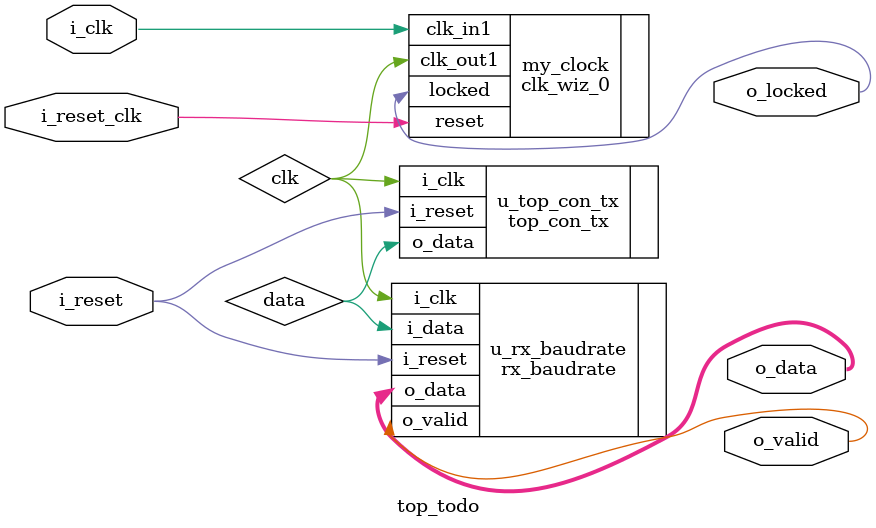
<source format=v>
`timescale 1ns / 1ps


module top_todo
#(
    parameter   PERIODO = 200                       ,
    parameter   F_CLOCK = 1000000000/PERIODO        ,   
    parameter   NB_OPCODE           = 5             ,
    parameter   NB_INSTRUCTION      = 16            ,
    parameter   NB_ADDRESS          = 11            ,
    parameter   NB_OPERAND          = 11            ,
    parameter   NB_DATA             = 16            ,
    parameter   NB_OP               = 6             
)
(//OUTPUTS    
    output wire [NB_DATA-1:0]      o_data       ,
    output wire                    o_valid      ,
    output wire                    o_locked     ,
 //INPUTS
    input wire                     i_clk        ,
    input wire                     i_reset      ,
    input wire                     i_reset_clk
);
    
    wire     data;
    wire     clk;

//CLOCK INSTANTIATION
clk_wiz_0 my_clock
 (
  // Clock out ports
  .clk_out1(clk),
  // Status and control signals
  .reset(i_reset_clk),
  .locked(o_locked),
 // Clock in ports
  .clk_in1(i_clk)
 );    
 
//MODULE INSTANTIATION
  top_con_tx
#(
 )
 u_top_con_tx
 (
    //OUTPUTS
    .o_data  (data)     ,
    //INPUTS
    .i_clk   (clk)    ,
    .i_reset (i_reset)      
    );
        
 rx_baudrate
#()
 u_rx_baudrate
 (
    //OUTPUTS
   .o_data(o_data)      ,
   .o_valid(o_valid)    ,
    //INPUTS
   .i_clk (clk)       ,
   .i_reset(i_reset)    ,
   .i_data(data)        
 );    
 
endmodule

</source>
